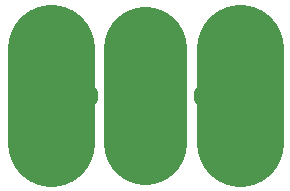
<source format=gbl>
%TF.GenerationSoftware,KiCad,Pcbnew,4.0.5-e0-6337~49~ubuntu16.04.1*%
%TF.CreationDate,2017-01-20T20:06:19-08:00*%
%TF.ProjectId,2x3-Potentiometer-P160K-TH,3278332D506F74656E74696F6D657465,1.0*%
%TF.FileFunction,Copper,L2,Bot,Signal*%
%FSLAX46Y46*%
G04 Gerber Fmt 4.6, Leading zero omitted, Abs format (unit mm)*
G04 Created by KiCad (PCBNEW 4.0.5-e0-6337~49~ubuntu16.04.1) date Fri Jan 20 20:06:19 2017*
%MOMM*%
%LPD*%
G01*
G04 APERTURE LIST*
%ADD10C,0.350000*%
%ADD11C,7.400000*%
%ADD12C,7.000000*%
%ADD13C,6.000000*%
%ADD14C,2.100000*%
%ADD15C,0.350000*%
G04 APERTURE END LIST*
D10*
D11*
X126935960Y-94682040D02*
X126935960Y-102682040D01*
D12*
X134935960Y-94682040D02*
X134935960Y-102682040D01*
D11*
X142935960Y-94682040D02*
X142935960Y-102682040D01*
D13*
X134935960Y-94682040D03*
X142935960Y-102682040D03*
X134935960Y-102682040D03*
X142935960Y-94682040D03*
X126935960Y-94682040D03*
X126935960Y-102682040D03*
D14*
X129935960Y-98682040D03*
X135015960Y-98682040D03*
X140095960Y-98682040D03*
D15*
X134935960Y-94682040D03*
X142935960Y-102682040D03*
X134935960Y-102682040D03*
X142935960Y-94682040D03*
X126935960Y-94682040D03*
X126935960Y-102682040D03*
X129935960Y-98682040D03*
X135015960Y-98682040D03*
X140095960Y-98682040D03*
M02*

</source>
